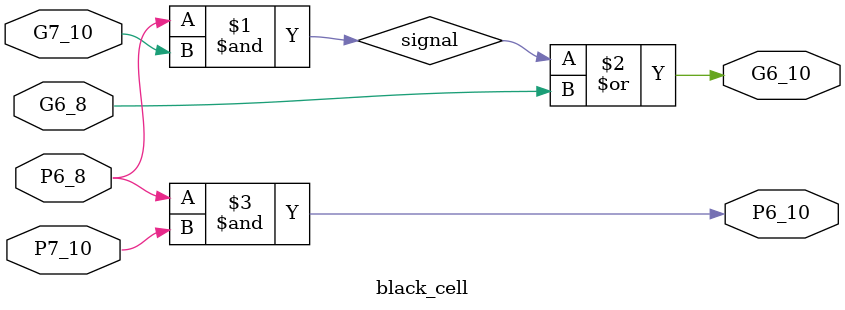
<source format=v>
`timescale 1ns / 1ps


/* Generated 8 bit sklansky adder 
In this adder, binary tree of propagate and generate 
cells will first simultaneously generate all the carries, Cin. 
It builds recursively 2-bit adders then 4-bit adders, 8-bit adders, 
16-bit adder and so on by abutting each time two smaller adders. 
*/

// change module name
// module tt_um_drburke3_neuron_sklansky_adder_8bit(carry_in,a,b,sum,carry_out);
module tt_um_drburke3_neuron_sklansky_adder_8bit(a,b,sum);
// input carry_in;
input [7:0] a;
input [7:0] b;
output [7:0] sum;
// output carry_out;

// declare array wires
wire [8:0] g [8:0];
wire [8:0] p [8:0];

// assign g[0][0]=carry_in;
assign g[0][0]=1'b0;
assign p[0][0]=1'b0;
	
	generate_propagate GeneratePropagate_00(a[0],b[0],g[1][1],p[1][1]);
	generate_propagate GeneratePropagate_01(a[1],b[1],g[2][2],p[2][2]);
    	generate_propagate GeneratePropagate_02(a[2],b[2],g[3][3],p[3][3]);
	generate_propagate GeneratePropagate_03(a[3],b[3],g[4][4],p[4][4]);
	generate_propagate GeneratePropagate_04(a[4],b[4],g[5][5],p[5][5]);
	generate_propagate GeneratePropagate_05(a[5],b[5],g[6][6],p[6][6]);
	generate_propagate GeneratePropagate_06(a[6],b[6],g[7][7],p[7][7]);
	generate_propagate GeneratePropagate_07(a[7],b[7],g[8][8],p[8][8]);

/// nomenclature is first number is clock level (1 is highest)
/// nomenclature is second number is bit position (0 is rightmost)

/// Level 1:	
	gray_cell GrayCell_1_1(g[1][1],p[1][1],g[0][0],g[1][0]);
	black_cell BlackCell_1_3(g[3][3],p[3][3],g[2][2],p[2][2],g[3][2],p[3][2]);
	black_cell BlackCell_1_5(g[5][5],p[5][5],g[4][4],p[4][4],g[5][4],p[5][4]);
	black_cell BlackCell_1_7(g[7][7],p[7][7],g[6][6],p[6][6],g[7][6],p[7][6]);
	
/// Level 2:
	gray_cell grayCell_2_2(g[2][2],p[2][2],g[1][0],g[2][0]);
	gray_cell grayCell_2_3(g[3][2],p[3][2],g[1][0],g[3][0]);
	black_cell BlackCell_2_6(g[6][6],p[6][6],g[5][4],p[5][4],g[6][4],p[6][4]);
	black_cell BlackCell_2_7(g[7][6],p[7][6],g[5][4],p[5][4],g[7][4],p[7][4]);
	
/// Level 3:
	gray_cell GrayCell_3_4(g[4][4],p[4][4],g[3][0],g[4][0]);
	gray_cell grayCell_3_5(g[5][4],p[5][4],g[3][0],g[5][0]);
	gray_cell grayCell_3_6(g[6][4],p[6][4],g[3][0],g[6][0]);
	gray_cell grayCell_3_7(g[7][4],p[7][4],g[3][0],g[7][0]);
	
/// Level 4: (if carry out needed)
///	gray cell_4_8(g[8][8],p[8][8],g[7][0],g[8][0]);

    assign sum[0]=g[0][0]^p[1][1];
	assign sum[1]=g[1][0]^p[2][2];
	assign sum[2]=g[2][0]^p[3][3];
	assign sum[3]=g[3][0]^p[4][4];
	assign sum[4]=g[4][0]^p[5][5];
	assign sum[5]=g[5][0]^p[6][6];
	assign sum[6]=g[6][0]^p[7][7];
	assign sum[7]=g[7][0]^p[8][8];
//	assign carry_out=(g[7][0]&p[8][8])|g[8][8];
	
endmodule

// Generate Propagate code
module generate_propagate(A,B,G,P);
input A,B;
output G,P;
assign G = A&B;
assign P = A^B;
endmodule

// Gray module code
module gray_cell(G4_3,P4_3,G2_2,G4_2);
  input G4_3,P4_3,G2_2;
  output G4_2;
  wire signal;
  assign signal = P4_3 & G2_2;
  assign G4_2=signal | G4_3;
endmodule

// Black module code
module black_cell(G6_8,P6_8,G7_10,P7_10,G6_10,P6_10);
  input G6_8,P6_8,G7_10,P7_10;
  output G6_10,P6_10;
  wire signal;
  assign signal = P6_8 & G7_10;
  assign G6_10=signal | G6_8;
  assign P6_10=P6_8 & P7_10;
endmodule

</source>
